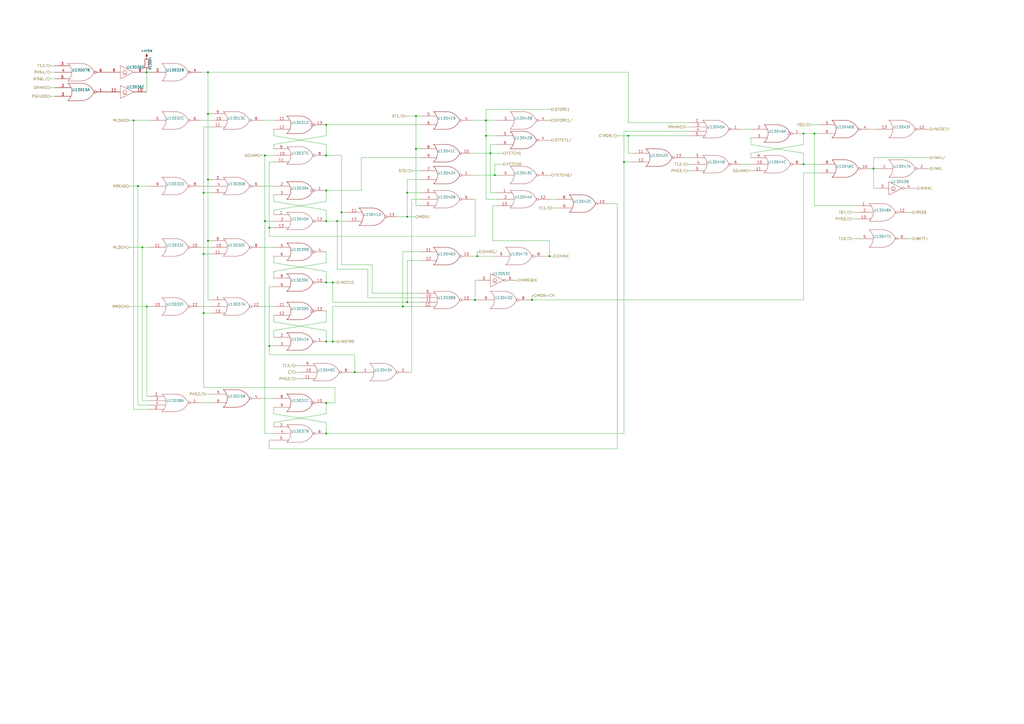
<source format=kicad_sch>
(kicad_sch (version 20211123) (generator eeschema)
  (paper "A2")
  (lib_symbols
    (symbol "Device:R" (pin_numbers hide) (pin_names (offset 0))
      (property "Reference" "R" (at 2.032 0 90))
      (property "Value" "R" (at 0 0 90))
      (symbol "R_0_1"
        (rectangle (start -1.016 -2.54) (end 1.016 2.54) (stroke (width 0.254)))
      )
      (symbol "R_1_1"
        (pin passive line (at 0 3.81 270) (length 1.27) (name "~") (number "1"))
        (pin passive line (at 0 -3.81 90) (length 1.27) (name "~") (number "2"))
      )
    )
    (symbol "agc_kicad_components:+4VSW" (power) (pin_names (offset 0))
      (property "Value" "+4VSW" (at 0.127 2.794 0))
      (symbol "+4VSW_0_1"
        (polyline (pts (xy 0 0) (xy 0 0.381)))
        (polyline (pts (xy -0.508 0.381) (xy 0 1.905) (xy 0.508 0.381) (xy -0.381 0.381)) (fill (type outline)))
      )
      (symbol "+4VSW_1_1"
        (pin power_in line (at 0 0 90) (length 0) hide (name "+4VSW") (number "1"))
      )
    )
    (symbol "agc_kicad_components:74HC02" (pin_names (offset 0.762))
      (property "Reference" "U" (at 0 1.27 0))
      (symbol "74HC02_1_1"
        (arc (start -7.62 -5.08) (mid -5.2708 0) (end -7.62 5.08) (stroke (width 0.2032)))
        (arc (start 0 -5.08) (mid 4.5812 -3.6906) (end 7.62 0) (stroke (width 0.2032)))
        (polyline (pts (xy -7.62 -5.08) (xy 0 -5.08)) (stroke (width 0.2032)))
        (polyline (pts (xy -7.62 5.08) (xy 0 5.08)) (stroke (width 0.2032)))
        (arc (start 7.62 0) (mid 4.5727 3.6819) (end 0 5.08) (stroke (width 0.2032)))
        (pin output inverted (at 15.24 0 180) (length 7.62) (name "~") (number "1"))
        (pin input line (at -15.24 2.54 0) (length 9.398) (name "~") (number "2"))
        (pin input line (at -15.24 -2.54 0) (length 9.398) (name "~") (number "3"))
      )
      (symbol "74HC02_2_1"
        (arc (start -7.62 -5.08) (mid -5.2708 0) (end -7.62 5.08) (stroke (width 0.2032)))
        (arc (start 0 -5.08) (mid 4.5812 -3.6906) (end 7.62 0) (stroke (width 0.2032)))
        (polyline (pts (xy -7.62 -5.08) (xy 0 -5.08)) (stroke (width 0.2032)))
        (polyline (pts (xy -7.62 5.08) (xy 0 5.08)) (stroke (width 0.2032)))
        (arc (start 7.62 0) (mid 4.5727 3.6819) (end 0 5.08) (stroke (width 0.2032)))
        (pin output inverted (at 15.24 0 180) (length 7.62) (name "~") (number "4"))
        (pin input line (at -15.24 2.54 0) (length 9.398) (name "~") (number "5"))
        (pin input line (at -15.24 -2.54 0) (length 9.398) (name "~") (number "6"))
      )
      (symbol "74HC02_3_1"
        (arc (start -7.62 -5.08) (mid -5.2708 0) (end -7.62 5.08) (stroke (width 0.2032)))
        (arc (start 0 -5.08) (mid 4.5812 -3.6906) (end 7.62 0) (stroke (width 0.2032)))
        (polyline (pts (xy -7.62 -5.08) (xy 0 -5.08)) (stroke (width 0.2032)))
        (polyline (pts (xy -7.62 5.08) (xy 0 5.08)) (stroke (width 0.2032)))
        (arc (start 7.62 0) (mid 4.5727 3.6819) (end 0 5.08) (stroke (width 0.2032)))
        (pin output inverted (at 15.24 0 180) (length 7.62) (name "~") (number "10"))
        (pin input line (at -15.24 2.54 0) (length 9.398) (name "~") (number "8"))
        (pin input line (at -15.24 -2.54 0) (length 9.398) (name "~") (number "9"))
      )
      (symbol "74HC02_4_1"
        (arc (start -7.62 -5.08) (mid -5.2708 0) (end -7.62 5.08) (stroke (width 0.2032)))
        (arc (start 0 -5.08) (mid 4.5812 -3.6906) (end 7.62 0) (stroke (width 0.2032)))
        (polyline (pts (xy -7.62 -5.08) (xy 0 -5.08)) (stroke (width 0.2032)))
        (polyline (pts (xy -7.62 5.08) (xy 0 5.08)) (stroke (width 0.2032)))
        (arc (start 7.62 0) (mid 4.5727 3.6819) (end 0 5.08) (stroke (width 0.2032)))
        (pin input line (at -15.24 2.54 0) (length 9.398) (name "~") (number "11"))
        (pin input line (at -15.24 -2.54 0) (length 9.398) (name "~") (number "12"))
        (pin output inverted (at 15.24 0 180) (length 7.62) (name "~") (number "13"))
      )
      (symbol "74HC02_5_0"
        (text "GND" (at 2.54 -3.81 0) (effects (font (size 0.9906 0.9906))))
        (text "VCC" (at 2.54 3.81 0) (effects (font (size 0.9906 0.9906))))
      )
      (symbol "74HC02_5_1"
        (rectangle (start -5.08 2.54) (end 5.08 -2.54))
        (pin power_in line (at 0 6.35 270) (length 3.81) (name "VCC") (number "14"))
        (pin power_in line (at 0 -6.35 90) (length 3.81) (name "GND") (number "7"))
      )
    )
    (symbol "agc_kicad_components:74HC04" (pin_names (offset 0.762))
      (property "Reference" "U" (at 0 1.27 0))
      (symbol "74HC04_1_1"
        (arc (start -7.62 -5.0292) (mid -5.3094 0.0082) (end -7.62 5.0546))
        (arc (start 0 -5.0546) (mid 4.5632 -3.6449) (end 7.5946 0.0508))
        (polyline (pts (xy -7.62 -5.08) (xy 0 -5.08)))
        (polyline (pts (xy -7.62 5.08) (xy 0 5.08)))
        (arc (start 7.62 0) (mid 4.6132 3.6946) (end 0.0508 5.08))
        (pin input line (at -15.24 0 0) (length 9.906) (name "~") (number "1"))
        (pin output inverted (at 15.24 0 180) (length 7.62) (name "~") (number "2"))
      )
      (symbol "74HC04_2_1"
        (arc (start -7.62 -5.0292) (mid -5.3094 0.0082) (end -7.62 5.0546))
        (arc (start 0 -5.0546) (mid 4.5632 -3.6449) (end 7.5946 0.0508))
        (polyline (pts (xy -7.62 -5.08) (xy 0 -5.08)))
        (polyline (pts (xy -7.62 5.08) (xy 0 5.08)))
        (arc (start 7.62 0) (mid 4.6132 3.6946) (end 0.0508 5.08))
        (pin input line (at -15.24 0 0) (length 9.906) (name "~") (number "3"))
        (pin output inverted (at 15.24 0 180) (length 7.62) (name "~") (number "4"))
      )
      (symbol "74HC04_3_1"
        (arc (start -7.62 -5.0292) (mid -5.3094 0.0082) (end -7.62 5.0546))
        (arc (start 0 -5.0546) (mid 4.5632 -3.6449) (end 7.5946 0.0508))
        (polyline (pts (xy -7.62 -5.08) (xy 0 -5.08)))
        (polyline (pts (xy -7.62 5.08) (xy 0 5.08)))
        (arc (start 7.62 0) (mid 4.6132 3.6946) (end 0.0508 5.08))
        (pin input line (at -15.24 0 0) (length 9.906) (name "~") (number "5"))
        (pin output inverted (at 15.24 0 180) (length 7.62) (name "~") (number "6"))
      )
      (symbol "74HC04_4_1"
        (arc (start -7.62 -5.0292) (mid -5.3094 0.0082) (end -7.62 5.0546))
        (arc (start 0 -5.0546) (mid 4.5632 -3.6449) (end 7.5946 0.0508))
        (polyline (pts (xy -7.62 -5.08) (xy 0 -5.08)))
        (polyline (pts (xy -7.62 5.08) (xy 0 5.08)))
        (arc (start 7.62 0) (mid 4.6132 3.6946) (end 0.0508 5.08))
        (pin output inverted (at 15.24 0 180) (length 7.62) (name "~") (number "8"))
        (pin input line (at -15.24 0 0) (length 9.906) (name "~") (number "9"))
      )
      (symbol "74HC04_5_1"
        (arc (start -7.62 -5.0292) (mid -5.3094 0.0082) (end -7.62 5.0546))
        (arc (start 0 -5.0546) (mid 4.5632 -3.6449) (end 7.5946 0.0508))
        (polyline (pts (xy -7.62 -5.08) (xy 0 -5.08)))
        (polyline (pts (xy -7.62 5.08) (xy 0 5.08)))
        (arc (start 7.62 0) (mid 4.6132 3.6946) (end 0.0508 5.08))
        (pin output inverted (at 15.24 0 180) (length 7.62) (name "~") (number "10"))
        (pin input line (at -15.24 0 0) (length 9.906) (name "~") (number "11"))
      )
      (symbol "74HC04_6_1"
        (arc (start -7.62 -5.0292) (mid -5.3094 0.0082) (end -7.62 5.0546))
        (arc (start 0 -5.0546) (mid 4.5632 -3.6449) (end 7.5946 0.0508))
        (polyline (pts (xy -7.62 -5.08) (xy 0 -5.08)))
        (polyline (pts (xy -7.62 5.08) (xy 0 5.08)))
        (arc (start 7.62 0) (mid 4.6132 3.6946) (end 0.0508 5.08))
        (pin output inverted (at 15.24 0 180) (length 7.62) (name "~") (number "12"))
        (pin input line (at -15.24 0 0) (length 9.906) (name "~") (number "13"))
      )
      (symbol "74HC04_7_0"
        (text "GND" (at 2.54 -3.81 0) (effects (font (size 0.9906 0.9906))))
        (text "VCC" (at 2.54 3.81 0) (effects (font (size 0.9906 0.9906))))
      )
      (symbol "74HC04_7_1"
        (rectangle (start -5.08 2.54) (end 5.08 -2.54))
        (pin power_in line (at 0 6.35 270) (length 3.81) (name "VCC") (number "14"))
        (pin power_in line (at 0 -6.35 90) (length 3.81) (name "GND") (number "7"))
      )
    )
    (symbol "agc_kicad_components:74HC27" (pin_names (offset 0.762))
      (property "Reference" "U" (at 0 1.27 0))
      (symbol "74HC27_1_1"
        (arc (start -7.62 -5.0292) (mid -5.3094 0.0082) (end -7.62 5.0546))
        (arc (start 0 -5.0546) (mid 4.5632 -3.6449) (end 7.5946 0.0508))
        (polyline (pts (xy -7.62 -5.08) (xy 0 -5.08)))
        (polyline (pts (xy -7.62 5.08) (xy 0 5.08)))
        (arc (start 7.62 0) (mid 4.6132 3.6946) (end 0.0508 5.08))
        (pin input line (at -15.24 3.81 0) (length 8.763) (name "~") (number "1"))
        (pin output inverted (at 15.24 0 180) (length 7.62) (name "~") (number "12"))
        (pin input line (at -15.24 -3.81 0) (length 8.763) (name "~") (number "13"))
        (pin input line (at -15.24 0 0) (length 9.906) (name "~") (number "2"))
      )
      (symbol "74HC27_2_1"
        (arc (start -7.62 -5.0292) (mid -5.3094 0.0082) (end -7.62 5.0546))
        (arc (start 0 -5.0546) (mid 4.5632 -3.6449) (end 7.5946 0.0508))
        (polyline (pts (xy -7.62 -5.08) (xy 0 -5.08)))
        (polyline (pts (xy -7.62 5.08) (xy 0 5.08)))
        (arc (start 7.62 0) (mid 4.6132 3.6946) (end 0.0508 5.08))
        (pin input line (at -15.24 3.81 0) (length 8.763) (name "~") (number "3"))
        (pin input line (at -15.24 0 0) (length 9.906) (name "~") (number "4"))
        (pin input line (at -15.24 -3.81 0) (length 8.763) (name "~") (number "5"))
        (pin output inverted (at 15.24 0 180) (length 7.62) (name "~") (number "6"))
      )
      (symbol "74HC27_3_1"
        (arc (start -7.62 -5.0292) (mid -5.3094 0.0082) (end -7.62 5.0546))
        (arc (start 0 -5.0546) (mid 4.5632 -3.6449) (end 7.5946 0.0508))
        (polyline (pts (xy -7.62 -5.08) (xy 0 -5.08)))
        (polyline (pts (xy -7.62 5.08) (xy 0 5.08)))
        (arc (start 7.62 0) (mid 4.6132 3.6946) (end 0.0508 5.08))
        (pin input line (at -15.24 0 0) (length 9.906) (name "~") (number "10"))
        (pin input line (at -15.24 -3.81 0) (length 8.763) (name "~") (number "11"))
        (pin output inverted (at 15.24 0 180) (length 7.62) (name "~") (number "8"))
        (pin input line (at -15.24 3.81 0) (length 8.763) (name "~") (number "9"))
      )
      (symbol "74HC27_4_0"
        (text "GND" (at 2.54 -3.81 0) (effects (font (size 0.9906 0.9906))))
        (text "VCC" (at 2.54 3.81 0) (effects (font (size 0.9906 0.9906))))
      )
      (symbol "74HC27_4_1"
        (rectangle (start -5.08 2.54) (end 5.08 -2.54))
        (pin power_in line (at 0 6.35 270) (length 3.81) (name "VCC") (number "14"))
        (pin power_in line (at 0 -6.35 90) (length 3.81) (name "GND") (number "7"))
      )
    )
    (symbol "agc_kicad_components:74HC4002" (pin_names (offset 0.762))
      (property "Reference" "U" (at 0 1.27 0))
      (symbol "74HC4002_1_1"
        (arc (start -7.62 -5.0292) (mid -5.3094 0.0082) (end -7.62 5.0546))
        (arc (start 0 -5.0546) (mid 4.5632 -3.6449) (end 7.5946 0.0508))
        (polyline (pts (xy -7.62 -5.08) (xy 0 -5.08)))
        (polyline (pts (xy -7.62 5.08) (xy 0 5.08)))
        (arc (start 7.62 0) (mid 4.6132 3.6946) (end 0.0508 5.08))
        (pin output inverted (at 15.24 0 180) (length 7.62) (name "~") (number "1"))
        (pin input line (at -15.24 3.81 0) (length 8.509) (name "~") (number "2"))
        (pin input line (at -15.24 1.27 0) (length 9.652) (name "~") (number "3"))
        (pin input line (at -15.24 -1.27 0) (length 9.652) (name "~") (number "4"))
        (pin input line (at -15.24 -3.81 0) (length 8.509) (name "~") (number "5"))
        (pin no_connect line (at -2.54 5.08 90) (length 0) hide (name "NC1") (number "6"))
        (pin no_connect line (at 0 5.08 90) (length 0) hide (name "NC2") (number "8"))
      )
      (symbol "74HC4002_2_1"
        (arc (start -7.62 -5.0292) (mid -5.3094 0.0082) (end -7.62 5.0546))
        (arc (start 0 -5.0546) (mid 4.5632 -3.6449) (end 7.5946 0.0508))
        (polyline (pts (xy -7.62 -5.08) (xy 0 -5.08)))
        (polyline (pts (xy -7.62 5.08) (xy 0 5.08)))
        (arc (start 7.62 0) (mid 4.6132 3.6946) (end 0.0508 5.08))
        (pin input line (at -15.24 1.27 0) (length 9.652) (name "~") (number "10"))
        (pin input line (at -15.24 -1.27 0) (length 9.652) (name "~") (number "11"))
        (pin input line (at -15.24 -3.81 0) (length 8.509) (name "~") (number "12"))
        (pin output inverted (at 15.24 0 180) (length 7.62) (name "~") (number "13"))
        (pin no_connect line (at -2.54 5.08 90) (length 0) hide (name "NC1") (number "6"))
        (pin no_connect line (at 0 5.08 90) (length 0) hide (name "NC2") (number "8"))
        (pin input line (at -15.24 3.81 0) (length 8.509) (name "~") (number "9"))
      )
      (symbol "74HC4002_3_0"
        (text "GND" (at 2.54 -3.81 0) (effects (font (size 0.9906 0.9906))))
        (text "VCC" (at 2.54 3.81 0) (effects (font (size 0.9906 0.9906))))
      )
      (symbol "74HC4002_3_1"
        (rectangle (start -5.08 2.54) (end 5.08 -2.54))
        (pin power_in line (at 0 6.35 270) (length 3.81) (name "VCC") (number "14"))
        (pin power_in line (at 0 -6.35 90) (length 3.81) (name "GND") (number "7"))
      )
    )
    (symbol "agc_kicad_components:74LVC06" (pin_names (offset 0.762))
      (property "Reference" "U" (at 0 1.27 0))
      (symbol "74LVC06_1_0"
        (polyline (pts (xy -3.81 3.81) (xy -3.81 -3.81) (xy 3.81 0) (xy -3.81 3.81)))
      )
      (symbol "74LVC06_1_1"
        (polyline (pts (xy -2.54 -1.27) (xy 0 -1.27)))
        (polyline (pts (xy -1.27 1.27) (xy -2.54 0) (xy -1.27 -1.27) (xy 0 0) (xy -1.27 1.27)))
        (pin input line (at -11.43 0 0) (length 7.62) (name "~") (number "1"))
        (pin open_collector inverted (at 11.43 0 180) (length 7.62) (name "~") (number "2"))
      )
      (symbol "74LVC06_2_0"
        (polyline (pts (xy -3.81 3.81) (xy -3.81 -3.81) (xy 3.81 0) (xy -3.81 3.81)))
      )
      (symbol "74LVC06_2_1"
        (polyline (pts (xy -2.54 -1.27) (xy 0 -1.27)))
        (polyline (pts (xy -1.27 1.27) (xy -2.54 0) (xy -1.27 -1.27) (xy 0 0) (xy -1.27 1.27)))
        (pin input line (at -11.43 0 0) (length 7.62) (name "~") (number "3"))
        (pin open_collector inverted (at 11.43 0 180) (length 7.62) (name "~") (number "4"))
      )
      (symbol "74LVC06_3_0"
        (polyline (pts (xy -3.81 3.81) (xy -3.81 -3.81) (xy 3.81 0) (xy -3.81 3.81)))
      )
      (symbol "74LVC06_3_1"
        (polyline (pts (xy -2.54 -1.27) (xy 0 -1.27)))
        (polyline (pts (xy -1.27 1.27) (xy -2.54 0) (xy -1.27 -1.27) (xy 0 0) (xy -1.27 1.27)))
        (pin input line (at -11.43 0 0) (length 7.62) (name "~") (number "5"))
        (pin open_collector inverted (at 11.43 0 180) (length 7.62) (name "~") (number "6"))
      )
      (symbol "74LVC06_4_0"
        (polyline (pts (xy -3.81 3.81) (xy -3.81 -3.81) (xy 3.81 0) (xy -3.81 3.81)))
      )
      (symbol "74LVC06_4_1"
        (polyline (pts (xy -2.54 -1.27) (xy 0 -1.27)))
        (polyline (pts (xy -1.27 1.27) (xy -2.54 0) (xy -1.27 -1.27) (xy 0 0) (xy -1.27 1.27)))
        (pin open_collector inverted (at 11.43 0 180) (length 7.62) (name "~") (number "8"))
        (pin input line (at -11.43 0 0) (length 7.62) (name "~") (number "9"))
      )
      (symbol "74LVC06_5_0"
        (polyline (pts (xy -3.81 3.81) (xy -3.81 -3.81) (xy 3.81 0) (xy -3.81 3.81)))
      )
      (symbol "74LVC06_5_1"
        (polyline (pts (xy -2.54 -1.27) (xy 0 -1.27)))
        (polyline (pts (xy -1.27 1.27) (xy -2.54 0) (xy -1.27 -1.27) (xy 0 0) (xy -1.27 1.27)))
        (pin open_collector inverted (at 11.43 0 180) (length 7.62) (name "~") (number "10"))
        (pin input line (at -11.43 0 0) (length 7.62) (name "~") (number "11"))
      )
      (symbol "74LVC06_6_0"
        (polyline (pts (xy -3.81 3.81) (xy -3.81 -3.81) (xy 3.81 0) (xy -3.81 3.81)))
      )
      (symbol "74LVC06_6_1"
        (polyline (pts (xy -2.54 -1.27) (xy 0 -1.27)))
        (polyline (pts (xy -1.27 1.27) (xy -2.54 0) (xy -1.27 -1.27) (xy 0 0) (xy -1.27 1.27)))
        (pin open_collector inverted (at 11.43 0 180) (length 7.62) (name "~") (number "12"))
        (pin input line (at -11.43 0 0) (length 7.62) (name "~") (number "13"))
      )
      (symbol "74LVC06_7_0"
        (rectangle (start -5.08 2.54) (end 5.08 -2.54))
        (text "GND" (at 2.54 -3.81 0) (effects (font (size 0.9906 0.9906))))
        (text "VCC" (at 2.54 3.81 0) (effects (font (size 0.9906 0.9906))))
      )
      (symbol "74LVC06_7_1"
        (pin power_in line (at 0 6.35 270) (length 3.81) (name "VCC") (number "14"))
        (pin power_in line (at 0 -6.35 90) (length 3.81) (name "GND") (number "7"))
      )
    )
    (symbol "agc_kicad_components:74LVC07" (pin_names (offset 0.762))
      (property "Reference" "U" (at 0 1.27 0))
      (symbol "74LVC07_1_0"
        (polyline (pts (xy -3.81 3.81) (xy -3.81 -3.81) (xy 3.81 0) (xy -3.81 3.81)))
      )
      (symbol "74LVC07_1_1"
        (polyline (pts (xy -2.54 -1.27) (xy 0 -1.27)))
        (polyline (pts (xy -1.27 1.27) (xy -2.54 0) (xy -1.27 -1.27) (xy 0 0) (xy -1.27 1.27)))
        (pin input line (at -11.43 0 0) (length 7.62) (name "~") (number "1"))
        (pin open_collector line (at 11.43 0 180) (length 7.62) (name "~") (number "2"))
      )
      (symbol "74LVC07_2_0"
        (polyline (pts (xy -3.81 3.81) (xy -3.81 -3.81) (xy 3.81 0) (xy -3.81 3.81)))
      )
      (symbol "74LVC07_2_1"
        (polyline (pts (xy -2.54 -1.27) (xy 0 -1.27)))
        (polyline (pts (xy -1.27 1.27) (xy -2.54 0) (xy -1.27 -1.27) (xy 0 0) (xy -1.27 1.27)))
        (pin input line (at -11.43 0 0) (length 7.62) (name "~") (number "3"))
        (pin open_collector line (at 11.43 0 180) (length 7.62) (name "~") (number "4"))
      )
      (symbol "74LVC07_3_0"
        (polyline (pts (xy -3.81 3.81) (xy -3.81 -3.81) (xy 3.81 0) (xy -3.81 3.81)))
      )
      (symbol "74LVC07_3_1"
        (polyline (pts (xy -2.54 -1.27) (xy 0 -1.27)))
        (polyline (pts (xy -1.27 1.27) (xy -2.54 0) (xy -1.27 -1.27) (xy 0 0) (xy -1.27 1.27)))
        (pin input line (at -11.43 0 0) (length 7.62) (name "~") (number "5"))
        (pin open_collector line (at 11.43 0 180) (length 7.62) (name "~") (number "6"))
      )
      (symbol "74LVC07_4_0"
        (polyline (pts (xy -3.81 3.81) (xy -3.81 -3.81) (xy 3.81 0) (xy -3.81 3.81)))
      )
      (symbol "74LVC07_4_1"
        (polyline (pts (xy -2.54 -1.27) (xy 0 -1.27)))
        (polyline (pts (xy -1.27 1.27) (xy -2.54 0) (xy -1.27 -1.27) (xy 0 0) (xy -1.27 1.27)))
        (pin open_collector line (at 11.43 0 180) (length 7.62) (name "~") (number "8"))
        (pin input line (at -11.43 0 0) (length 7.62) (name "~") (number "9"))
      )
      (symbol "74LVC07_5_0"
        (polyline (pts (xy -3.81 3.81) (xy -3.81 -3.81) (xy 3.81 0) (xy -3.81 3.81)))
      )
      (symbol "74LVC07_5_1"
        (polyline (pts (xy -2.54 -1.27) (xy 0 -1.27)))
        (polyline (pts (xy -1.27 1.27) (xy -2.54 0) (xy -1.27 -1.27) (xy 0 0) (xy -1.27 1.27)))
        (pin open_collector line (at 11.43 0 180) (length 7.62) (name "~") (number "10"))
        (pin input line (at -11.43 0 0) (length 7.62) (name "~") (number "11"))
      )
      (symbol "74LVC07_6_0"
        (polyline (pts (xy -3.81 3.81) (xy -3.81 -3.81) (xy 3.81 0) (xy -3.81 3.81)))
      )
      (symbol "74LVC07_6_1"
        (polyline (pts (xy -2.54 -1.27) (xy 0 -1.27)))
        (polyline (pts (xy -1.27 1.27) (xy -2.54 0) (xy -1.27 -1.27) (xy 0 0) (xy -1.27 1.27)))
        (pin open_collector line (at 11.43 0 180) (length 7.62) (name "~") (number "12"))
        (pin input line (at -11.43 0 0) (length 7.62) (name "~") (number "13"))
      )
      (symbol "74LVC07_7_0"
        (rectangle (start -5.08 2.54) (end 5.08 -2.54))
        (text "GND" (at 2.54 -3.81 0) (effects (font (size 0.9906 0.9906))))
        (text "VCC" (at 2.54 3.81 0) (effects (font (size 0.9906 0.9906))))
      )
      (symbol "74LVC07_7_1"
        (pin power_in line (at 0 6.35 270) (length 3.81) (name "VCC") (number "14"))
        (pin power_in line (at 0 -6.35 90) (length 3.81) (name "GND") (number "7"))
      )
    )
  )
  (junction (at 118.11 181.61))
  (junction (at 189.23 198.12))
  (junction (at 466.09 95.25))
  (junction (at 466.09 77.47))
  (junction (at 189.23 233.68))
  (junction (at 236.22 125.73))
  (junction (at 236.22 175.26))
  (junction (at 284.48 88.9))
  (junction (at 189.23 251.46))
  (junction (at 193.04 163.83))
  (junction (at 233.68 177.8))
  (junction (at 364.49 78.74))
  (junction (at 118.11 111.76))
  (junction (at 241.3 67.31))
  (junction (at 189.23 72.39))
  (junction (at 120.65 139.7))
  (junction (at 195.58 128.27))
  (junction (at 205.74 215.9))
  (junction (at 85.09 177.8))
  (junction (at 77.47 69.85))
  (junction (at 189.23 90.17))
  (junction (at 318.77 148.59))
  (junction (at 241.3 86.36))
  (junction (at 80.01 107.95))
  (junction (at 472.44 77.47))
  (junction (at 118.11 147.32))
  (junction (at 506.73 97.79))
  (junction (at 156.21 200.66))
  (junction (at 276.86 148.59))
  (junction (at 120.65 104.14))
  (junction (at 82.55 143.51))
  (junction (at 85.09 41.91))
  (junction (at 281.94 69.85))
  (junction (at 120.65 66.04))
  (junction (at 193.04 198.12))
  (junction (at 153.67 90.17))
  (junction (at 236.22 111.76))
  (junction (at 189.23 163.83))
  (junction (at 189.23 110.49))
  (junction (at 156.21 132.08))
  (junction (at 198.12 123.19))
  (junction (at 120.65 41.91))
  (junction (at 153.67 128.27))
  (junction (at 189.23 128.27))
  (junction (at 275.59 173.99))
  (junction (at 287.02 101.6))
  (junction (at 281.94 78.74))
  (junction (at 308.61 173.99))
  (junction (at 361.95 93.98))
  (wire (pts (xy 472.44 77.47) (xy 472.44 119.38)))
  (wire (pts (xy 434.34 99.06) (xy 435.61 99.06)))
  (wire (pts (xy 200.66 123.19) (xy 198.12 123.19)))
  (wire (pts (xy 153.67 251.46) (xy 158.75 251.46)))
  (wire (pts (xy 466.09 95.25) (xy 474.98 95.25)))
  (wire (pts (xy 215.9 170.18) (xy 243.84 170.18)))
  (wire (pts (xy 74.93 69.85) (xy 77.47 69.85)))
  (wire (pts (xy 320.04 101.6) (xy 318.77 101.6)))
  (wire (pts (xy 195.58 128.27) (xy 195.58 156.21)))
  (wire (pts (xy 361.95 76.2) (xy 361.95 93.98)))
  (wire (pts (xy 171.45 215.9) (xy 173.99 215.9)))
  (wire (pts (xy 241.3 119.38) (xy 243.84 119.38)))
  (wire (pts (xy 274.32 173.99) (xy 275.59 173.99)))
  (wire (pts (xy 118.11 181.61) (xy 121.92 181.61)))
  (wire (pts (xy 361.95 93.98) (xy 367.03 93.98)))
  (wire (pts (xy 435.61 88.9) (xy 435.61 91.44)))
  (wire (pts (xy 397.51 91.44) (xy 400.05 91.44)))
  (wire (pts (xy 120.65 139.7) (xy 121.92 139.7)))
  (wire (pts (xy 236.22 104.14) (xy 243.84 104.14)))
  (wire (pts (xy 276.86 148.59) (xy 285.75 148.59)))
  (wire (pts (xy 171.45 212.09) (xy 173.99 212.09)))
  (wire (pts (xy 274.32 88.9) (xy 284.48 88.9)))
  (wire (pts (xy 86.36 232.41) (xy 82.55 232.41)))
  (wire (pts (xy 153.67 90.17) (xy 153.67 128.27)))
  (wire (pts (xy 364.49 88.9) (xy 367.03 88.9)))
  (wire (pts (xy 158.75 93.98) (xy 156.21 93.98)))
  (wire (pts (xy 85.09 41.91) (xy 85.09 53.34)))
  (wire (pts (xy 158.75 152.4) (xy 158.75 148.59)))
  (wire (pts (xy 156.21 93.98) (xy 156.21 132.08)))
  (wire (pts (xy 189.23 157.48) (xy 158.75 152.4)))
  (wire (pts (xy 281.94 63.5) (xy 281.94 69.85)))
  (wire (pts (xy 318.77 148.59) (xy 318.77 139.7)))
  (wire (pts (xy 86.36 237.49) (xy 77.47 237.49)))
  (wire (pts (xy 156.21 200.66) (xy 156.21 205.74)))
  (wire (pts (xy 29.21 50.8) (xy 31.75 50.8)))
  (wire (pts (xy 496.57 127) (xy 494.03 127)))
  (wire (pts (xy 472.44 119.38) (xy 496.57 119.38)))
  (wire (pts (xy 156.21 255.27) (xy 158.75 255.27)))
  (wire (pts (xy 82.55 232.41) (xy 82.55 143.51)))
  (wire (pts (xy 189.23 110.49) (xy 209.55 110.49)))
  (wire (pts (xy 276.86 146.05) (xy 278.13 146.05)))
  (wire (pts (xy 320.04 81.28) (xy 318.77 81.28)))
  (wire (pts (xy 86.36 229.87) (xy 85.09 229.87)))
  (wire (pts (xy 358.14 78.74) (xy 364.49 78.74)))
  (wire (pts (xy 398.78 95.25) (xy 400.05 95.25)))
  (wire (pts (xy 194.31 224.79) (xy 194.31 233.68)))
  (wire (pts (xy 158.75 107.95) (xy 152.4 107.95)))
  (wire (pts (xy 281.94 78.74) (xy 288.29 78.74)))
  (wire (pts (xy 205.74 215.9) (xy 207.01 215.9)))
  (wire (pts (xy 118.11 224.79) (xy 194.31 224.79)))
  (wire (pts (xy 466.09 77.47) (xy 466.09 83.82)))
  (wire (pts (xy 193.04 198.12) (xy 193.04 177.8)))
  (wire (pts (xy 308.61 173.99) (xy 466.09 173.99)))
  (wire (pts (xy 209.55 110.49) (xy 209.55 91.44)))
  (wire (pts (xy 171.45 219.71) (xy 173.99 219.71)))
  (wire (pts (xy 156.21 205.74) (xy 205.74 205.74)))
  (wire (pts (xy 353.06 118.11) (xy 358.14 118.11)))
  (wire (pts (xy 274.32 69.85) (xy 281.94 69.85)))
  (wire (pts (xy 158.75 78.74) (xy 158.75 74.93)))
  (wire (pts (xy 152.4 231.14) (xy 158.75 231.14)))
  (wire (pts (xy 189.23 163.83) (xy 189.23 157.48)))
  (wire (pts (xy 529.59 123.19) (xy 527.05 123.19)))
  (wire (pts (xy 274.32 115.57) (xy 275.59 115.57)))
  (wire (pts (xy 189.23 90.17) (xy 189.23 83.82)))
  (wire (pts (xy 243.84 99.06) (xy 238.76 99.06)))
  (wire (pts (xy 284.48 111.76) (xy 288.29 111.76)))
  (wire (pts (xy 158.75 157.48) (xy 158.75 161.29)))
  (wire (pts (xy 506.73 97.79) (xy 508 97.79)))
  (wire (pts (xy 85.09 40.64) (xy 85.09 41.91)))
  (wire (pts (xy 506.73 97.79) (xy 506.73 109.22)))
  (wire (pts (xy 198.12 90.17) (xy 198.12 123.19)))
  (wire (pts (xy 241.3 86.36) (xy 243.84 86.36)))
  (wire (pts (xy 284.48 83.82) (xy 288.29 83.82)))
  (wire (pts (xy 496.57 123.19) (xy 494.03 123.19)))
  (wire (pts (xy 506.73 91.44) (xy 539.75 91.44)))
  (wire (pts (xy 77.47 237.49) (xy 77.47 69.85)))
  (wire (pts (xy 189.23 198.12) (xy 193.04 198.12)))
  (wire (pts (xy 118.11 111.76) (xy 121.92 111.76)))
  (wire (pts (xy 120.65 41.91) (xy 364.49 41.91)))
  (wire (pts (xy 116.84 233.68) (xy 121.92 233.68)))
  (wire (pts (xy 77.47 69.85) (xy 86.36 69.85)))
  (wire (pts (xy 152.4 177.8) (xy 158.75 177.8)))
  (wire (pts (xy 236.22 151.13) (xy 243.84 151.13)))
  (wire (pts (xy 233.68 146.05) (xy 243.84 146.05)))
  (wire (pts (xy 506.73 109.22) (xy 508 109.22)))
  (wire (pts (xy 397.51 73.66) (xy 400.05 73.66)))
  (wire (pts (xy 231.14 125.73) (xy 236.22 125.73)))
  (wire (pts (xy 189.23 110.49) (xy 189.23 116.84)))
  (wire (pts (xy 158.75 245.11) (xy 158.75 247.65)))
  (wire (pts (xy 80.01 107.95) (xy 86.36 107.95)))
  (wire (pts (xy 275.59 173.99) (xy 275.59 162.56)))
  (wire (pts (xy 85.09 177.8) (xy 86.36 177.8)))
  (wire (pts (xy 205.74 205.74) (xy 205.74 215.9)))
  (wire (pts (xy 195.58 156.21) (xy 213.36 156.21)))
  (wire (pts (xy 496.57 138.43) (xy 494.03 138.43)))
  (wire (pts (xy 466.09 100.33) (xy 466.09 173.99)))
  (wire (pts (xy 189.23 72.39) (xy 243.84 72.39)))
  (wire (pts (xy 116.84 69.85) (xy 121.92 69.85)))
  (wire (pts (xy 474.98 100.33) (xy 466.09 100.33)))
  (wire (pts (xy 539.75 97.79) (xy 538.48 97.79)))
  (wire (pts (xy 238.76 115.57) (xy 238.76 215.9)))
  (wire (pts (xy 85.09 41.91) (xy 86.36 41.91)))
  (wire (pts (xy 243.84 115.57) (xy 238.76 115.57)))
  (wire (pts (xy 118.11 181.61) (xy 118.11 224.79)))
  (wire (pts (xy 118.11 73.66) (xy 121.92 73.66)))
  (wire (pts (xy 118.11 111.76) (xy 118.11 147.32)))
  (wire (pts (xy 189.23 163.83) (xy 193.04 163.83)))
  (wire (pts (xy 281.94 78.74) (xy 281.94 115.57)))
  (wire (pts (xy 364.49 71.12) (xy 400.05 71.12)))
  (wire (pts (xy 309.88 171.45) (xy 308.61 171.45)))
  (wire (pts (xy 364.49 78.74) (xy 364.49 88.9)))
  (wire (pts (xy 120.65 173.99) (xy 121.92 173.99)))
  (wire (pts (xy 529.59 138.43) (xy 527.05 138.43)))
  (wire (pts (xy 241.3 86.36) (xy 241.3 119.38)))
  (wire (pts (xy 189.23 152.4) (xy 158.75 157.48)))
  (wire (pts (xy 153.67 90.17) (xy 158.75 90.17)))
  (wire (pts (xy 505.46 74.93) (xy 508 74.93)))
  (wire (pts (xy 193.04 163.83) (xy 193.04 175.26)))
  (wire (pts (xy 158.75 191.77) (xy 158.75 195.58)))
  (wire (pts (xy 120.65 139.7) (xy 120.65 173.99)))
  (wire (pts (xy 398.78 99.06) (xy 400.05 99.06)))
  (wire (pts (xy 189.23 186.69) (xy 158.75 191.77)))
  (wire (pts (xy 281.94 69.85) (xy 281.94 78.74)))
  (wire (pts (xy 274.32 101.6) (xy 287.02 101.6)))
  (wire (pts (xy 74.93 177.8) (xy 85.09 177.8)))
  (wire (pts (xy 364.49 78.74) (xy 400.05 78.74)))
  (wire (pts (xy 189.23 251.46) (xy 189.23 245.11)))
  (wire (pts (xy 156.21 137.16) (xy 275.59 137.16)))
  (wire (pts (xy 118.11 73.66) (xy 118.11 111.76)))
  (wire (pts (xy 158.75 116.84) (xy 158.75 113.03)))
  (wire (pts (xy 120.65 41.91) (xy 120.65 66.04)))
  (wire (pts (xy 151.13 90.17) (xy 153.67 90.17)))
  (wire (pts (xy 318.77 148.59) (xy 321.31 148.59)))
  (wire (pts (xy 156.21 166.37) (xy 156.21 200.66)))
  (wire (pts (xy 275.59 115.57) (xy 275.59 137.16)))
  (wire (pts (xy 189.23 72.39) (xy 189.23 78.74)))
  (wire (pts (xy 120.65 66.04) (xy 120.65 104.14)))
  (wire (pts (xy 74.93 107.95) (xy 80.01 107.95)))
  (wire (pts (xy 158.75 166.37) (xy 156.21 166.37)))
  (wire (pts (xy 287.02 101.6) (xy 287.02 95.25)))
  (wire (pts (xy 204.47 215.9) (xy 205.74 215.9)))
  (wire (pts (xy 120.65 104.14) (xy 121.92 104.14)))
  (wire (pts (xy 189.23 121.92) (xy 158.75 116.84)))
  (wire (pts (xy 189.23 146.05) (xy 189.23 152.4)))
  (wire (pts (xy 318.77 115.57) (xy 322.58 115.57)))
  (wire (pts (xy 119.38 228.6) (xy 121.92 228.6)))
  (wire (pts (xy 152.4 69.85) (xy 158.75 69.85)))
  (wire (pts (xy 118.11 147.32) (xy 118.11 181.61)))
  (wire (pts (xy 158.75 128.27) (xy 153.67 128.27)))
  (wire (pts (xy 241.3 67.31) (xy 243.84 67.31)))
  (wire (pts (xy 82.55 143.51) (xy 86.36 143.51)))
  (wire (pts (xy 189.23 240.03) (xy 158.75 245.11)))
  (wire (pts (xy 198.12 90.17) (xy 189.23 90.17)))
  (wire (pts (xy 80.01 234.95) (xy 80.01 107.95)))
  (wire (pts (xy 29.21 38.1) (xy 31.75 38.1)))
  (wire (pts (xy 189.23 245.11) (xy 158.75 240.03)))
  (wire (pts (xy 158.75 83.82) (xy 158.75 86.36)))
  (wire (pts (xy 466.09 77.47) (xy 472.44 77.47)))
  (wire (pts (xy 361.95 251.46) (xy 189.23 251.46)))
  (wire (pts (xy 320.04 69.85) (xy 318.77 69.85)))
  (wire (pts (xy 466.09 83.82) (xy 435.61 88.9)))
  (wire (pts (xy 275.59 173.99) (xy 276.86 173.99)))
  (wire (pts (xy 198.12 123.19) (xy 198.12 153.67)))
  (wire (pts (xy 316.23 148.59) (xy 318.77 148.59)))
  (wire (pts (xy 152.4 143.51) (xy 158.75 143.51)))
  (wire (pts (xy 156.21 260.35) (xy 156.21 255.27)))
  (wire (pts (xy 189.23 191.77) (xy 158.75 186.69)))
  (wire (pts (xy 474.98 72.39) (xy 469.9 72.39)))
  (wire (pts (xy 241.3 67.31) (xy 241.3 86.36)))
  (wire (pts (xy 213.36 156.21) (xy 213.36 172.72)))
  (wire (pts (xy 29.21 55.88) (xy 31.75 55.88)))
  (wire (pts (xy 287.02 101.6) (xy 288.29 101.6)))
  (wire (pts (xy 215.9 153.67) (xy 215.9 170.18)))
  (wire (pts (xy 435.61 83.82) (xy 435.61 80.01)))
  (wire (pts (xy 539.75 74.93) (xy 538.48 74.93)))
  (wire (pts (xy 198.12 153.67) (xy 215.9 153.67)))
  (wire (pts (xy 236.22 104.14) (xy 236.22 111.76)))
  (wire (pts (xy 236.22 175.26) (xy 243.84 175.26)))
  (wire (pts (xy 236.22 125.73) (xy 241.3 125.73)))
  (wire (pts (xy 430.53 95.25) (xy 435.61 95.25)))
  (wire (pts (xy 281.94 115.57) (xy 288.29 115.57)))
  (wire (pts (xy 318.77 139.7) (xy 285.75 139.7)))
  (wire (pts (xy 276.86 148.59) (xy 276.86 146.05)))
  (wire (pts (xy 281.94 63.5) (xy 320.04 63.5)))
  (wire (pts (xy 193.04 175.26) (xy 236.22 175.26)))
  (wire (pts (xy 236.22 175.26) (xy 236.22 151.13)))
  (wire (pts (xy 236.22 111.76) (xy 236.22 125.73)))
  (wire (pts (xy 193.04 163.83) (xy 195.58 163.83)))
  (wire (pts (xy 281.94 69.85) (xy 288.29 69.85)))
  (wire (pts (xy 193.04 198.12) (xy 195.58 198.12)))
  (wire (pts (xy 284.48 88.9) (xy 284.48 111.76)))
  (wire (pts (xy 307.34 173.99) (xy 308.61 173.99)))
  (wire (pts (xy 156.21 200.66) (xy 158.75 200.66)))
  (wire (pts (xy 274.32 148.59) (xy 276.86 148.59)))
  (wire (pts (xy 234.95 67.31) (xy 241.3 67.31)))
  (wire (pts (xy 189.23 128.27) (xy 189.23 121.92)))
  (wire (pts (xy 364.49 41.91) (xy 364.49 71.12)))
  (wire (pts (xy 213.36 172.72) (xy 243.84 172.72)))
  (wire (pts (xy 189.23 180.34) (xy 189.23 186.69)))
  (wire (pts (xy 238.76 215.9) (xy 237.49 215.9)))
  (wire (pts (xy 116.84 41.91) (xy 120.65 41.91)))
  (wire (pts (xy 156.21 132.08) (xy 156.21 137.16)))
  (wire (pts (xy 308.61 171.45) (xy 308.61 173.99)))
  (wire (pts (xy 285.75 139.7) (xy 285.75 119.38)))
  (wire (pts (xy 156.21 132.08) (xy 158.75 132.08)))
  (wire (pts (xy 243.84 111.76) (xy 236.22 111.76)))
  (wire (pts (xy 116.84 143.51) (xy 121.92 143.51)))
  (wire (pts (xy 189.23 233.68) (xy 189.23 240.03)))
  (wire (pts (xy 29.21 41.91) (xy 31.75 41.91)))
  (wire (pts (xy 153.67 128.27) (xy 153.67 251.46)))
  (wire (pts (xy 287.02 95.25) (xy 292.1 95.25)))
  (wire (pts (xy 472.44 77.47) (xy 474.98 77.47)))
  (wire (pts (xy 29.21 45.72) (xy 31.75 45.72)))
  (wire (pts (xy 158.75 121.92) (xy 158.75 124.46)))
  (wire (pts (xy 116.84 107.95) (xy 121.92 107.95)))
  (wire (pts (xy 361.95 93.98) (xy 361.95 251.46)))
  (wire (pts (xy 466.09 88.9) (xy 435.61 83.82)))
  (wire (pts (xy 233.68 177.8) (xy 243.84 177.8)))
  (wire (pts (xy 116.84 177.8) (xy 121.92 177.8)))
  (wire (pts (xy 189.23 83.82) (xy 158.75 78.74)))
  (wire (pts (xy 85.09 229.87) (xy 85.09 177.8)))
  (wire (pts (xy 320.04 120.65) (xy 322.58 120.65)))
  (wire (pts (xy 505.46 97.79) (xy 506.73 97.79)))
  (wire (pts (xy 300.99 162.56) (xy 299.72 162.56)))
  (wire (pts (xy 233.68 177.8) (xy 233.68 146.05)))
  (wire (pts (xy 194.31 233.68) (xy 189.23 233.68)))
  (wire (pts (xy 158.75 186.69) (xy 158.75 182.88)))
  (wire (pts (xy 466.09 95.25) (xy 466.09 88.9)))
  (wire (pts (xy 158.75 240.03) (xy 158.75 236.22)))
  (wire (pts (xy 195.58 128.27) (xy 200.66 128.27)))
  (wire (pts (xy 275.59 162.56) (xy 276.86 162.56)))
  (wire (pts (xy 120.65 104.14) (xy 120.65 139.7)))
  (wire (pts (xy 209.55 91.44) (xy 243.84 91.44)))
  (wire (pts (xy 358.14 118.11) (xy 358.14 260.35)))
  (wire (pts (xy 532.13 109.22) (xy 530.86 109.22)))
  (wire (pts (xy 285.75 119.38) (xy 288.29 119.38)))
  (wire (pts (xy 189.23 128.27) (xy 195.58 128.27)))
  (wire (pts (xy 118.11 147.32) (xy 121.92 147.32)))
  (wire (pts (xy 74.93 143.51) (xy 82.55 143.51)))
  (wire (pts (xy 284.48 83.82) (xy 284.48 88.9)))
  (wire (pts (xy 430.53 74.93) (xy 435.61 74.93)))
  (wire (pts (xy 189.23 78.74) (xy 158.75 83.82)))
  (wire (pts (xy 284.48 88.9) (xy 292.1 88.9)))
  (wire (pts (xy 189.23 116.84) (xy 158.75 121.92)))
  (wire (pts (xy 358.14 260.35) (xy 156.21 260.35)))
  (wire (pts (xy 189.23 198.12) (xy 189.23 191.77)))
  (wire (pts (xy 361.95 76.2) (xy 400.05 76.2)))
  (wire (pts (xy 120.65 66.04) (xy 121.92 66.04)))
  (wire (pts (xy 506.73 91.44) (xy 506.73 97.79)))
  (wire (pts (xy 193.04 177.8) (xy 233.68 177.8)))
  (wire (pts (xy 86.36 234.95) (xy 80.01 234.95)))
  (hierarchical_label "MON/" (shape output) (at 241.3 125.73 0) (effects (font (size 1.524 1.524))))
  (hierarchical_label "MINKL" (shape output) (at 532.13 109.22 0) (effects (font (size 1.524 1.524))))
  (hierarchical_label "PHS3/" (shape input) (at 398.78 99.06 180) (effects (font (size 1.524 1.524))))
  (hierarchical_label "FETCH0/" (shape output) (at 320.04 101.6 0) (effects (font (size 1.524 1.524))))
  (hierarchical_label "STORE1/" (shape output) (at 320.04 69.85 0) (effects (font (size 1.524 1.524))))
  (hierarchical_label "FETCH1" (shape output) (at 292.1 88.9 0) (effects (font (size 1.524 1.524))))
  (hierarchical_label "PHS4/" (shape input) (at 29.21 41.91 180) (effects (font (size 1.524 1.524))))
  (hierarchical_label "INKL" (shape output) (at 539.75 97.79 0) (effects (font (size 1.524 1.524))))
  (hierarchical_label "INOTLD" (shape output) (at 195.58 163.83 0) (effects (font (size 1.524 1.524))))
  (hierarchical_label "T12/" (shape input) (at 171.45 212.09 180) (effects (font (size 1.524 1.524))))
  (hierarchical_label "MNHNC" (shape input) (at 397.51 73.66 180) (effects (font (size 1.524 1.524))))
  (hierarchical_label "MLDCH" (shape input) (at 74.93 143.51 180) (effects (font (size 1.524 1.524))))
  (hierarchical_label "CT" (shape input) (at 171.45 215.9 180) (effects (font (size 1.524 1.524))))
  (hierarchical_label "GOJAM" (shape input) (at 151.13 90.17 180) (effects (font (size 1.524 1.524))))
  (hierarchical_label "BKTF/" (shape output) (at 529.59 138.43 0) (effects (font (size 1.524 1.524))))
  (hierarchical_label "STFET1/" (shape output) (at 320.04 81.28 0) (effects (font (size 1.524 1.524))))
  (hierarchical_label "INOTRD" (shape output) (at 195.58 198.12 0) (effects (font (size 1.524 1.524))))
  (hierarchical_label "PHS2/" (shape input) (at 171.45 219.71 180) (effects (font (size 1.524 1.524))))
  (hierarchical_label "T10/" (shape input) (at 494.03 138.43 180) (effects (font (size 1.524 1.524))))
  (hierarchical_label "PHS3/" (shape input) (at 494.03 127 180) (effects (font (size 1.524 1.524))))
  (hierarchical_label "CTROR/" (shape input) (at 358.14 78.74 180) (effects (font (size 1.524 1.524))))
  (hierarchical_label "MRDCH" (shape input) (at 74.93 177.8 180) (effects (font (size 1.524 1.524))))
  (hierarchical_label "T07/" (shape input) (at 494.03 123.19 180) (effects (font (size 1.524 1.524))))
  (hierarchical_label "MON+CH" (shape output) (at 309.88 171.45 0) (effects (font (size 1.524 1.524))))
  (hierarchical_label "MREAD" (shape input) (at 74.93 107.95 180) (effects (font (size 1.524 1.524))))
  (hierarchical_label "NISQL/" (shape input) (at 29.21 45.72 180) (effects (font (size 1.524 1.524))))
  (hierarchical_label "MREQIN" (shape output) (at 300.99 162.56 0) (effects (font (size 1.524 1.524))))
  (hierarchical_label "STORE1" (shape output) (at 320.04 63.5 0) (effects (font (size 1.524 1.524))))
  (hierarchical_label "ST1/" (shape input) (at 234.95 67.31 180) (effects (font (size 1.524 1.524))))
  (hierarchical_label "T12/" (shape input) (at 398.78 95.25 180) (effects (font (size 1.524 1.524))))
  (hierarchical_label "T02/" (shape input) (at 469.9 72.39 180) (effects (font (size 1.524 1.524))))
  (hierarchical_label "PHS2/" (shape input) (at 119.38 228.6 180) (effects (font (size 1.524 1.524))))
  (hierarchical_label "GNHNC" (shape input) (at 29.21 50.8 180) (effects (font (size 1.524 1.524))))
  (hierarchical_label "CHINC" (shape output) (at 321.31 148.59 0) (effects (font (size 1.524 1.524))))
  (hierarchical_label "INCSET/" (shape output) (at 539.75 74.93 0) (effects (font (size 1.524 1.524))))
  (hierarchical_label "MLOAD" (shape input) (at 74.93 69.85 180) (effects (font (size 1.524 1.524))))
  (hierarchical_label "T12/" (shape input) (at 29.21 38.1 180) (effects (font (size 1.524 1.524))))
  (hierarchical_label "RSSB" (shape output) (at 529.59 123.19 0) (effects (font (size 1.524 1.524))))
  (hierarchical_label "INKL/" (shape output) (at 539.75 91.44 0) (effects (font (size 1.524 1.524))))
  (hierarchical_label "ST0/" (shape input) (at 238.76 99.06 180) (effects (font (size 1.524 1.524))))
  (hierarchical_label "FETCH0" (shape output) (at 292.1 95.25 0) (effects (font (size 1.524 1.524))))
  (hierarchical_label "PSEUDO" (shape input) (at 29.21 55.88 180) (effects (font (size 1.524 1.524))))
  (hierarchical_label "T11/" (shape input) (at 320.04 120.65 180) (effects (font (size 1.524 1.524))))
  (hierarchical_label "CHINC/" (shape output) (at 278.13 146.05 0) (effects (font (size 1.524 1.524))))
  (hierarchical_label "GOJAM" (shape input) (at 434.34 99.06 180) (effects (font (size 1.524 1.524))))
  (symbol (lib_id "agc_kicad_components:74HC27") (at 46.99 41.91 0) (unit 2)
    (property "Reference" "U13007" (at 46.99 40.64 0) (effects (font (size 1.524 1.524))))
  )
  (symbol (lib_id "agc_kicad_components:74HC02") (at 46.99 53.34 0) (unit 1)
    (property "Reference" "U13015" (at 46.99 52.07 0) (effects (font (size 1.524 1.524))))
  )
  (symbol (lib_id "agc_kicad_components:74LVC07") (at 73.66 41.91 0) (unit 4)
    (property "Reference" "U13036" (at 78.613 38.989 0) (effects (font (size 1.524 1.524))))
  )
  (symbol (lib_id "agc_kicad_components:74LVC07") (at 73.66 53.34 0) (unit 5)
    (property "Reference" "U13036" (at 78.613 50.419 0) (effects (font (size 1.524 1.524))))
  )
  (symbol (lib_id "Device:R") (at 85.09 36.83 0) (unit 1)
    (property "Reference" "R13004" (at 87.122 36.83 90))
  )
  (symbol (lib_id "agc_kicad_components:74HC04") (at 101.6 41.91 0) (unit 2)
    (property "Reference" "U13032" (at 101.6 40.64 0) (effects (font (size 1.524 1.524))))
  )
  (symbol (lib_id "agc_kicad_components:74HC27") (at 137.16 69.85 0) (unit 3)
    (property "Reference" "U13013" (at 137.16 68.58 0) (effects (font (size 1.524 1.524))))
  )
  (symbol (lib_id "agc_kicad_components:74HC04") (at 101.6 69.85 0) (unit 3)
    (property "Reference" "U13032" (at 101.6 68.58 0) (effects (font (size 1.524 1.524))))
  )
  (symbol (lib_id "agc_kicad_components:74HC27") (at 137.16 107.95 0) (unit 2)
    (property "Reference" "U13030" (at 137.16 106.68 0) (effects (font (size 1.524 1.524))))
  )
  (symbol (lib_id "agc_kicad_components:74HC04") (at 101.6 107.95 0) (unit 4)
    (property "Reference" "U13032" (at 101.6 106.68 0) (effects (font (size 1.524 1.524))))
  )
  (symbol (lib_id "agc_kicad_components:74HC27") (at 137.16 143.51 0) (unit 3)
    (property "Reference" "U13030" (at 137.16 142.24 0) (effects (font (size 1.524 1.524))))
  )
  (symbol (lib_id "agc_kicad_components:74HC04") (at 101.6 143.51 0) (unit 5)
    (property "Reference" "U13032" (at 101.6 142.24 0) (effects (font (size 1.524 1.524))))
  )
  (symbol (lib_id "agc_kicad_components:74HC27") (at 137.16 177.8 0) (unit 1)
    (property "Reference" "U13037" (at 137.16 176.53 0) (effects (font (size 1.524 1.524))))
  )
  (symbol (lib_id "agc_kicad_components:74HC04") (at 101.6 177.8 0) (unit 6)
    (property "Reference" "U13032" (at 101.6 176.53 0) (effects (font (size 1.524 1.524))))
  )
  (symbol (lib_id "agc_kicad_components:74HC4002") (at 101.6 233.68 0) (unit 1)
    (property "Reference" "U13038" (at 101.6 232.41 0) (effects (font (size 1.524 1.524))))
  )
  (symbol (lib_id "agc_kicad_components:74HC02") (at 137.16 231.14 0) (unit 2)
    (property "Reference" "U13015" (at 137.16 229.87 0) (effects (font (size 1.524 1.524))))
  )
  (symbol (lib_id "agc_kicad_components:74HC02") (at 173.99 233.68 0) (unit 3)
    (property "Reference" "U13031" (at 173.99 232.41 0) (effects (font (size 1.524 1.524))))
    (property "Initial" "1" (at 180.34 233.68 0) (effects (font (size 1.524 1.524) italic)))
  )
  (symbol (lib_id "agc_kicad_components:74HC27") (at 173.99 251.46 0) (unit 2)
    (property "Reference" "U13037" (at 173.99 250.19 0) (effects (font (size 1.524 1.524))))
  )
  (symbol (lib_id "agc_kicad_components:74HC02") (at 173.99 72.39 0) (unit 4)
    (property "Reference" "U13031" (at 173.99 71.12 0) (effects (font (size 1.524 1.524))))
    (property "Initial" "1" (at 180.34 72.39 0) (effects (font (size 1.524 1.524) italic)))
  )
  (symbol (lib_id "agc_kicad_components:74HC27") (at 173.99 90.17 0) (unit 3)
    (property "Reference" "U13037" (at 173.99 88.9 0) (effects (font (size 1.524 1.524))))
  )
  (symbol (lib_id "agc_kicad_components:74HC02") (at 173.99 110.49 0) (unit 1)
    (property "Reference" "U13039" (at 173.99 109.22 0) (effects (font (size 1.524 1.524))))
    (property "Initial" "1" (at 180.34 110.49 0) (effects (font (size 1.524 1.524) italic)))
  )
  (symbol (lib_id "agc_kicad_components:74HC27") (at 173.99 128.27 0) (unit 1)
    (property "Reference" "U13040" (at 173.99 127 0) (effects (font (size 1.524 1.524))))
  )
  (symbol (lib_id "agc_kicad_components:74HC02") (at 173.99 146.05 0) (unit 2)
    (property "Reference" "U13039" (at 173.99 144.78 0) (effects (font (size 1.524 1.524))))
    (property "Initial" "1" (at 180.34 146.05 0) (effects (font (size 1.524 1.524) italic)))
  )
  (symbol (lib_id "agc_kicad_components:74HC02") (at 173.99 163.83 0) (unit 3)
    (property "Reference" "U13039" (at 173.99 162.56 0) (effects (font (size 1.524 1.524))))
  )
  (symbol (lib_id "agc_kicad_components:74HC02") (at 173.99 180.34 0) (unit 4)
    (property "Reference" "U13039" (at 173.99 179.07 0) (effects (font (size 1.524 1.524))))
    (property "Initial" "1" (at 180.34 180.34 0) (effects (font (size 1.524 1.524) italic)))
  )
  (symbol (lib_id "agc_kicad_components:74HC02") (at 173.99 198.12 0) (unit 1)
    (property "Reference" "U13041" (at 173.99 196.85 0) (effects (font (size 1.524 1.524))))
  )
  (symbol (lib_id "agc_kicad_components:74HC02") (at 259.08 69.85 0) (unit 2)
    (property "Reference" "U13041" (at 259.08 68.58 0) (effects (font (size 1.524 1.524))))
  )
  (symbol (lib_id "agc_kicad_components:74HC02") (at 259.08 88.9 0) (unit 3)
    (property "Reference" "U13041" (at 259.08 87.63 0) (effects (font (size 1.524 1.524))))
  )
  (symbol (lib_id "agc_kicad_components:74HC02") (at 215.9 125.73 0) (unit 4)
    (property "Reference" "U13041" (at 215.9 124.46 0) (effects (font (size 1.524 1.524))))
  )
  (symbol (lib_id "agc_kicad_components:74HC02") (at 259.08 101.6 0) (unit 1)
    (property "Reference" "U13042" (at 259.08 100.33 0) (effects (font (size 1.524 1.524))))
  )
  (symbol (lib_id "agc_kicad_components:74HC27") (at 259.08 115.57 0) (unit 2)
    (property "Reference" "U13040" (at 259.08 114.3 0) (effects (font (size 1.524 1.524))))
  )
  (symbol (lib_id "agc_kicad_components:74HC27") (at 189.23 215.9 0) (unit 3)
    (property "Reference" "U13040" (at 189.23 214.63 0) (effects (font (size 1.524 1.524))))
  )
  (symbol (lib_id "agc_kicad_components:74HC04") (at 222.25 215.9 0) (unit 1)
    (property "Reference" "U13043" (at 222.25 214.63 0) (effects (font (size 1.524 1.524))))
  )
  (symbol (lib_id "agc_kicad_components:74HC4002") (at 259.08 173.99 0) (unit 2)
    (property "Reference" "U13038" (at 259.08 172.72 0) (effects (font (size 1.524 1.524))))
  )
  (symbol (lib_id "agc_kicad_components:74HC04") (at 303.53 69.85 0) (unit 2)
    (property "Reference" "U13043" (at 303.53 68.58 0) (effects (font (size 1.524 1.524))))
  )
  (symbol (lib_id "agc_kicad_components:74HC02") (at 303.53 81.28 0) (unit 2)
    (property "Reference" "U13042" (at 303.53 80.01 0) (effects (font (size 1.524 1.524))))
  )
  (symbol (lib_id "agc_kicad_components:74HC04") (at 303.53 101.6 0) (unit 3)
    (property "Reference" "U13043" (at 303.53 100.33 0) (effects (font (size 1.524 1.524))))
  )
  (symbol (lib_id "agc_kicad_components:74HC27") (at 303.53 115.57 0) (unit 1)
    (property "Reference" "U13044" (at 303.53 114.3 0) (effects (font (size 1.524 1.524))))
  )
  (symbol (lib_id "agc_kicad_components:74HC02") (at 337.82 118.11 0) (unit 3)
    (property "Reference" "U13042" (at 337.82 116.84 0) (effects (font (size 1.524 1.524))))
  )
  (symbol (lib_id "agc_kicad_components:74HC04") (at 292.1 173.99 0) (unit 4)
    (property "Reference" "U13043" (at 292.1 172.72 0) (effects (font (size 1.524 1.524))))
  )
  (symbol (lib_id "agc_kicad_components:74HC4002") (at 415.29 74.93 0) (unit 1)
    (property "Reference" "U13045" (at 415.29 73.66 0) (effects (font (size 1.524 1.524))))
  )
  (symbol (lib_id "agc_kicad_components:74HC02") (at 382.27 91.44 0) (unit 4)
    (property "Reference" "U13042" (at 382.27 90.17 0) (effects (font (size 1.524 1.524))))
  )
  (symbol (lib_id "agc_kicad_components:74HC27") (at 415.29 95.25 0) (unit 2)
    (property "Reference" "U13044" (at 415.29 93.98 0) (effects (font (size 1.524 1.524))))
  )
  (symbol (lib_id "agc_kicad_components:74HC02") (at 450.85 77.47 0) (unit 1)
    (property "Reference" "U13046" (at 450.85 76.2 0) (effects (font (size 1.524 1.524))))
    (property "Initial" "1" (at 457.2 77.47 0) (effects (font (size 1.524 1.524) italic)))
  )
  (symbol (lib_id "agc_kicad_components:74HC27") (at 450.85 95.25 0) (unit 3)
    (property "Reference" "U13044" (at 450.85 93.98 0) (effects (font (size 1.524 1.524))))
  )
  (symbol (lib_id "agc_kicad_components:74HC02") (at 490.22 74.93 0) (unit 2)
    (property "Reference" "U13046" (at 490.22 73.66 0) (effects (font (size 1.524 1.524))))
  )
  (symbol (lib_id "agc_kicad_components:74HC04") (at 523.24 74.93 0) (unit 6)
    (property "Reference" "U13043" (at 523.24 73.66 0) (effects (font (size 1.524 1.524))))
  )
  (symbol (lib_id "agc_kicad_components:74HC02") (at 490.22 97.79 0) (unit 3)
    (property "Reference" "U13046" (at 490.22 96.52 0) (effects (font (size 1.524 1.524))))
  )
  (symbol (lib_id "agc_kicad_components:74HC04") (at 523.24 97.79 0) (unit 1)
    (property "Reference" "U13047" (at 523.24 96.52 0) (effects (font (size 1.524 1.524))))
  )
  (symbol (lib_id "agc_kicad_components:74HC27") (at 511.81 123.19 0) (unit 1)
    (property "Reference" "U13048" (at 511.81 121.92 0) (effects (font (size 1.524 1.524))))
  )
  (symbol (lib_id "agc_kicad_components:74HC04") (at 511.81 138.43 0) (unit 3)
    (property "Reference" "U13047" (at 511.81 137.16 0) (effects (font (size 1.524 1.524))))
  )
  (symbol (lib_id "agc_kicad_components:74HC02") (at 259.08 148.59 0) (unit 4)
    (property "Reference" "U13046" (at 259.08 147.32 0) (effects (font (size 1.524 1.524))))
  )
  (symbol (lib_id "agc_kicad_components:74HC04") (at 300.99 148.59 0) (unit 4)
    (property "Reference" "U13047" (at 300.99 147.32 0) (effects (font (size 1.524 1.524))))
  )
  (symbol (lib_id "agc_kicad_components:+4VSW") (at 85.09 33.02 0) (unit 1)
    (property "Reference" "#PWR014" (effects hide))
  )
  (symbol (lib_id "agc_kicad_components:74LVC06") (at 519.43 109.22 0) (unit 2)
    (property "Reference" "U13053" (at 521.97 105.41 0) (effects (font (size 1.524 1.524))))
  )
  (symbol (lib_id "agc_kicad_components:74LVC06") (at 288.29 162.56 0) (unit 3)
    (property "Reference" "U13053" (at 290.83 158.75 0) (effects (font (size 1.524 1.524))))
  )
)
</source>
